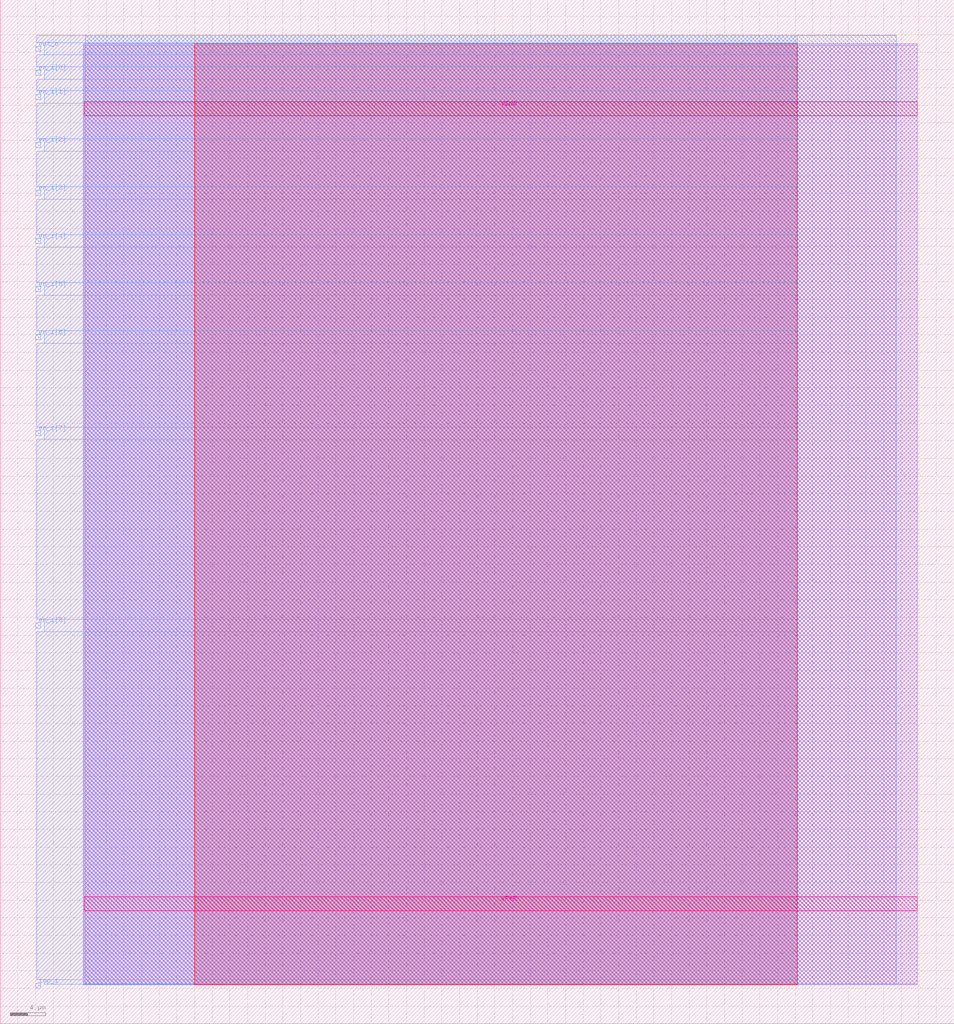
<source format=lef>
VERSION 5.7 ;
  NOWIREEXTENSIONATPIN ON ;
  DIVIDERCHAR "/" ;
  BUSBITCHARS "[]" ;
MACRO delayline_9_hd_25_1
  CLASS BLOCK ;
  FOREIGN delayline_9_hd_25_1 ;
  ORIGIN 0.000 0.000 ;
  SIZE 108.010 BY 115.925 ;
  PIN inp_i
    DIRECTION INPUT ;
    PORT
      LAYER met3 ;
        RECT 4.000 4.000 4.600 4.600 ;
    END
  END inp_i
  PIN out_o
    DIRECTION OUTPUT TRISTATE ;
    PORT
      LAYER met3 ;
        RECT 4.000 110.080 4.600 110.680 ;
    END
  END out_o
  PIN en_i[8]
    DIRECTION INPUT ;
    PORT
      LAYER met3 ;
        RECT 4.000 44.800 4.600 45.400 ;
    END
  END en_i[8]
  PIN en_i[7]
    DIRECTION INPUT ;
    PORT
      LAYER met3 ;
        RECT 4.000 66.560 4.600 67.160 ;
    END
  END en_i[7]
  PIN en_i[6]
    DIRECTION INPUT ;
    PORT
      LAYER met3 ;
        RECT 4.000 77.440 4.600 78.040 ;
    END
  END en_i[6]
  PIN en_i[5]
    DIRECTION INPUT ;
    PORT
      LAYER met3 ;
        RECT 4.000 82.880 4.600 83.480 ;
    END
  END en_i[5]
  PIN en_i[4]
    DIRECTION INPUT ;
    PORT
      LAYER met3 ;
        RECT 4.000 88.320 4.600 88.920 ;
    END
  END en_i[4]
  PIN en_i[3]
    DIRECTION INPUT ;
    PORT
      LAYER met3 ;
        RECT 4.000 93.760 4.600 94.360 ;
    END
  END en_i[3]
  PIN en_i[2]
    DIRECTION INPUT ;
    PORT
      LAYER met3 ;
        RECT 4.000 99.200 4.600 99.800 ;
    END
  END en_i[2]
  PIN en_i[1]
    DIRECTION INPUT ;
    PORT
      LAYER met3 ;
        RECT 4.000 104.640 4.600 105.240 ;
    END
  END en_i[1]
  PIN en_i[0]
    DIRECTION INPUT ;
    PORT
      LAYER met3 ;
        RECT 4.000 107.360 4.600 107.960 ;
    END
  END en_i[0]
  PIN VPWR
    DIRECTION INPUT ;
    USE POWER ;
    PORT
      LAYER met5 ;
        RECT 9.520 12.800 103.820 14.400 ;
    END
  END VPWR
  PIN VGND
    DIRECTION INPUT ;
    USE GROUND ;
    PORT
      LAYER met5 ;
        RECT 9.520 102.800 103.820 104.400 ;
    END
  END VGND
  OBS
      LAYER li1 ;
        RECT 9.520 4.555 103.820 110.805 ;
      LAYER met1 ;
        RECT 9.395 4.400 103.820 110.960 ;
      LAYER met2 ;
        RECT 9.610 4.400 101.420 111.925 ;
      LAYER met3 ;
        RECT 4.150 111.080 90.240 111.905 ;
        RECT 5.000 109.680 90.240 111.080 ;
        RECT 4.150 108.360 90.240 109.680 ;
        RECT 5.000 106.960 90.240 108.360 ;
        RECT 4.150 105.640 90.240 106.960 ;
        RECT 5.000 104.240 90.240 105.640 ;
        RECT 4.150 100.200 90.240 104.240 ;
        RECT 5.000 98.800 90.240 100.200 ;
        RECT 4.150 94.760 90.240 98.800 ;
        RECT 5.000 93.360 90.240 94.760 ;
        RECT 4.150 89.320 90.240 93.360 ;
        RECT 5.000 87.920 90.240 89.320 ;
        RECT 4.150 83.880 90.240 87.920 ;
        RECT 5.000 82.480 90.240 83.880 ;
        RECT 4.150 78.440 90.240 82.480 ;
        RECT 5.000 77.040 90.240 78.440 ;
        RECT 4.150 67.560 90.240 77.040 ;
        RECT 5.000 66.160 90.240 67.560 ;
        RECT 4.150 45.800 90.240 66.160 ;
        RECT 5.000 44.400 90.240 45.800 ;
        RECT 4.150 5.000 90.240 44.400 ;
        RECT 5.000 4.475 90.240 5.000 ;
      LAYER met4 ;
        RECT 22.040 4.400 90.240 110.960 ;
  END
END delayline_9_hd_25_1
END LIBRARY


</source>
